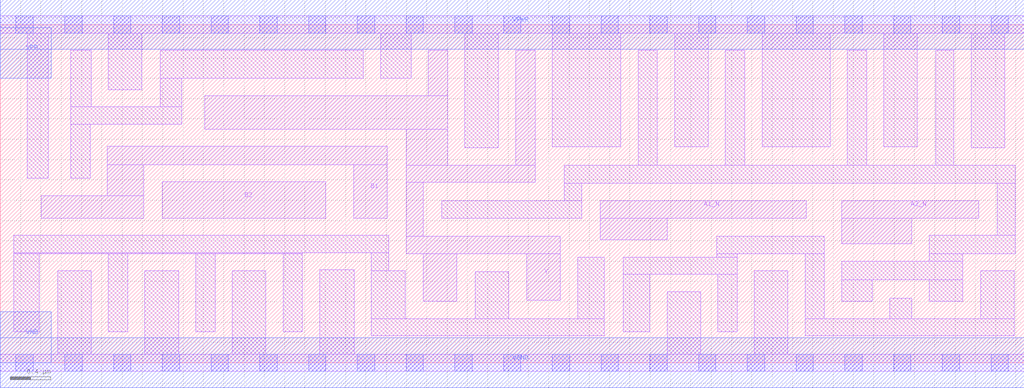
<source format=lef>
# Copyright 2020 The SkyWater PDK Authors
#
# Licensed under the Apache License, Version 2.0 (the "License");
# you may not use this file except in compliance with the License.
# You may obtain a copy of the License at
#
#     https://www.apache.org/licenses/LICENSE-2.0
#
# Unless required by applicable law or agreed to in writing, software
# distributed under the License is distributed on an "AS IS" BASIS,
# WITHOUT WARRANTIES OR CONDITIONS OF ANY KIND, either express or implied.
# See the License for the specific language governing permissions and
# limitations under the License.
#
# SPDX-License-Identifier: Apache-2.0

VERSION 5.5 ;
NAMESCASESENSITIVE ON ;
BUSBITCHARS "[]" ;
DIVIDERCHAR "/" ;
MACRO sky130_fd_sc_lp__o2bb2ai_4
  CLASS CORE ;
  SOURCE USER ;
  ORIGIN  0.000000  0.000000 ;
  SIZE  10.08000 BY  3.330000 ;
  SYMMETRY X Y R90 ;
  SITE unit ;
  PIN A1_N
    ANTENNAGATEAREA  1.260000 ;
    DIRECTION INPUT ;
    USE SIGNAL ;
    PORT
      LAYER li1 ;
        RECT 5.905000 1.210000 6.565000 1.425000 ;
        RECT 5.905000 1.425000 7.935000 1.595000 ;
    END
  END A1_N
  PIN A2_N
    ANTENNAGATEAREA  1.260000 ;
    DIRECTION INPUT ;
    USE SIGNAL ;
    PORT
      LAYER li1 ;
        RECT 8.285000 1.170000 8.975000 1.425000 ;
        RECT 8.285000 1.425000 9.635000 1.595000 ;
    END
  END A2_N
  PIN B1
    ANTENNAGATEAREA  1.260000 ;
    DIRECTION INPUT ;
    USE SIGNAL ;
    PORT
      LAYER li1 ;
        RECT 0.405000 1.425000 1.415000 1.645000 ;
        RECT 1.055000 1.645000 1.415000 1.950000 ;
        RECT 1.055000 1.950000 3.810000 2.130000 ;
        RECT 3.480000 1.425000 3.810000 1.950000 ;
    END
  END B1
  PIN B2
    ANTENNAGATEAREA  1.260000 ;
    DIRECTION INPUT ;
    USE SIGNAL ;
    PORT
      LAYER li1 ;
        RECT 1.595000 1.425000 3.205000 1.780000 ;
    END
  END B2
  PIN Y
    ANTENNADIFFAREA  1.965600 ;
    DIRECTION OUTPUT ;
    USE SIGNAL ;
    PORT
      LAYER li1 ;
        RECT 2.015000 2.300000 4.405000 2.630000 ;
        RECT 3.995000 1.075000 5.515000 1.245000 ;
        RECT 3.995000 1.245000 4.165000 1.775000 ;
        RECT 3.995000 1.775000 5.265000 1.945000 ;
        RECT 3.995000 1.945000 4.405000 2.300000 ;
        RECT 4.165000 0.605000 4.495000 1.075000 ;
        RECT 4.215000 2.630000 4.405000 3.075000 ;
        RECT 5.075000 1.945000 5.265000 3.075000 ;
        RECT 5.185000 0.615000 5.515000 1.075000 ;
    END
  END Y
  PIN VGND
    DIRECTION INOUT ;
    USE GROUND ;
    PORT
      LAYER met1 ;
        RECT 0.000000 -0.245000 10.080000 0.245000 ;
    END
  END VGND
  PIN VNB
    DIRECTION INOUT ;
    USE GROUND ;
    PORT
    END
  END VNB
  PIN VPB
    DIRECTION INOUT ;
    USE POWER ;
    PORT
    END
  END VPB
  PIN VNB
    DIRECTION INOUT ;
    USE GROUND ;
    PORT
      LAYER met1 ;
        RECT 0.000000 0.000000 0.500000 0.500000 ;
    END
  END VNB
  PIN VPB
    DIRECTION INOUT ;
    USE POWER ;
    PORT
      LAYER met1 ;
        RECT 0.000000 2.800000 0.500000 3.300000 ;
    END
  END VPB
  PIN VPWR
    DIRECTION INOUT ;
    USE POWER ;
    PORT
      LAYER met1 ;
        RECT 0.000000 3.085000 10.080000 3.575000 ;
    END
  END VPWR
  OBS
    LAYER li1 ;
      RECT 0.000000 -0.085000 10.080000 0.085000 ;
      RECT 0.000000  3.245000 10.080000 3.415000 ;
      RECT 0.135000  0.305000  0.385000 1.075000 ;
      RECT 0.135000  1.075000  2.975000 1.085000 ;
      RECT 0.135000  1.085000  3.825000 1.255000 ;
      RECT 0.265000  1.815000  0.475000 3.245000 ;
      RECT 0.565000  0.085000  0.895000 0.905000 ;
      RECT 0.695000  1.815000  0.885000 2.350000 ;
      RECT 0.695000  2.350000  1.785000 2.520000 ;
      RECT 0.695000  2.520000  0.895000 3.075000 ;
      RECT 1.065000  0.305000  1.255000 1.075000 ;
      RECT 1.065000  2.690000  1.395000 3.245000 ;
      RECT 1.425000  0.085000  1.755000 0.905000 ;
      RECT 1.575000  2.520000  1.785000 2.800000 ;
      RECT 1.575000  2.800000  3.575000 3.075000 ;
      RECT 1.925000  0.305000  2.115000 1.075000 ;
      RECT 2.285000  0.085000  2.615000 0.905000 ;
      RECT 2.785000  0.305000  2.975000 1.075000 ;
      RECT 3.145000  0.085000  3.485000 0.915000 ;
      RECT 3.655000  0.265000  5.945000 0.435000 ;
      RECT 3.655000  0.435000  3.985000 0.905000 ;
      RECT 3.655000  0.905000  3.825000 1.085000 ;
      RECT 3.745000  2.800000  4.045000 3.245000 ;
      RECT 4.345000  1.425000  5.725000 1.595000 ;
      RECT 4.575000  2.115000  4.905000 3.245000 ;
      RECT 4.675000  0.435000  5.005000 0.895000 ;
      RECT 5.435000  2.125000  6.110000 3.245000 ;
      RECT 5.555000  1.595000  5.725000 1.765000 ;
      RECT 5.555000  1.765000  9.995000 1.945000 ;
      RECT 5.685000  0.435000  5.945000 1.040000 ;
      RECT 6.135000  0.305000  6.395000 0.870000 ;
      RECT 6.135000  0.870000  7.255000 1.040000 ;
      RECT 6.280000  1.945000  6.470000 3.075000 ;
      RECT 6.565000  0.085000  6.895000 0.700000 ;
      RECT 6.640000  2.125000  6.970000 3.245000 ;
      RECT 7.055000  1.040000  7.255000 1.075000 ;
      RECT 7.055000  1.075000  8.115000 1.245000 ;
      RECT 7.065000  0.305000  7.255000 0.870000 ;
      RECT 7.140000  1.945000  7.330000 3.075000 ;
      RECT 7.425000  0.085000  7.755000 0.905000 ;
      RECT 7.500000  2.125000  8.170000 3.245000 ;
      RECT 7.925000  0.265000  9.985000 0.435000 ;
      RECT 7.925000  0.435000  8.115000 1.075000 ;
      RECT 8.285000  0.605000  8.585000 0.815000 ;
      RECT 8.285000  0.815000  9.475000 1.000000 ;
      RECT 8.340000  1.945000  8.530000 3.075000 ;
      RECT 8.700000  2.125000  9.030000 3.245000 ;
      RECT 8.755000  0.435000  8.975000 0.635000 ;
      RECT 9.145000  0.605000  9.475000 0.815000 ;
      RECT 9.145000  1.000000  9.475000 1.075000 ;
      RECT 9.145000  1.075000  9.995000 1.255000 ;
      RECT 9.210000  1.945000  9.390000 3.075000 ;
      RECT 9.560000  2.115000  9.890000 3.245000 ;
      RECT 9.655000  0.435000  9.985000 0.905000 ;
      RECT 9.815000  1.255000  9.995000 1.765000 ;
    LAYER mcon ;
      RECT 0.155000 -0.085000 0.325000 0.085000 ;
      RECT 0.155000  3.245000 0.325000 3.415000 ;
      RECT 0.635000 -0.085000 0.805000 0.085000 ;
      RECT 0.635000  3.245000 0.805000 3.415000 ;
      RECT 1.115000 -0.085000 1.285000 0.085000 ;
      RECT 1.115000  3.245000 1.285000 3.415000 ;
      RECT 1.595000 -0.085000 1.765000 0.085000 ;
      RECT 1.595000  3.245000 1.765000 3.415000 ;
      RECT 2.075000 -0.085000 2.245000 0.085000 ;
      RECT 2.075000  3.245000 2.245000 3.415000 ;
      RECT 2.555000 -0.085000 2.725000 0.085000 ;
      RECT 2.555000  3.245000 2.725000 3.415000 ;
      RECT 3.035000 -0.085000 3.205000 0.085000 ;
      RECT 3.035000  3.245000 3.205000 3.415000 ;
      RECT 3.515000 -0.085000 3.685000 0.085000 ;
      RECT 3.515000  3.245000 3.685000 3.415000 ;
      RECT 3.995000 -0.085000 4.165000 0.085000 ;
      RECT 3.995000  3.245000 4.165000 3.415000 ;
      RECT 4.475000 -0.085000 4.645000 0.085000 ;
      RECT 4.475000  3.245000 4.645000 3.415000 ;
      RECT 4.955000 -0.085000 5.125000 0.085000 ;
      RECT 4.955000  3.245000 5.125000 3.415000 ;
      RECT 5.435000 -0.085000 5.605000 0.085000 ;
      RECT 5.435000  3.245000 5.605000 3.415000 ;
      RECT 5.915000 -0.085000 6.085000 0.085000 ;
      RECT 5.915000  3.245000 6.085000 3.415000 ;
      RECT 6.395000 -0.085000 6.565000 0.085000 ;
      RECT 6.395000  3.245000 6.565000 3.415000 ;
      RECT 6.875000 -0.085000 7.045000 0.085000 ;
      RECT 6.875000  3.245000 7.045000 3.415000 ;
      RECT 7.355000 -0.085000 7.525000 0.085000 ;
      RECT 7.355000  3.245000 7.525000 3.415000 ;
      RECT 7.835000 -0.085000 8.005000 0.085000 ;
      RECT 7.835000  3.245000 8.005000 3.415000 ;
      RECT 8.315000 -0.085000 8.485000 0.085000 ;
      RECT 8.315000  3.245000 8.485000 3.415000 ;
      RECT 8.795000 -0.085000 8.965000 0.085000 ;
      RECT 8.795000  3.245000 8.965000 3.415000 ;
      RECT 9.275000 -0.085000 9.445000 0.085000 ;
      RECT 9.275000  3.245000 9.445000 3.415000 ;
      RECT 9.755000 -0.085000 9.925000 0.085000 ;
      RECT 9.755000  3.245000 9.925000 3.415000 ;
  END
END sky130_fd_sc_lp__o2bb2ai_4
END LIBRARY

</source>
